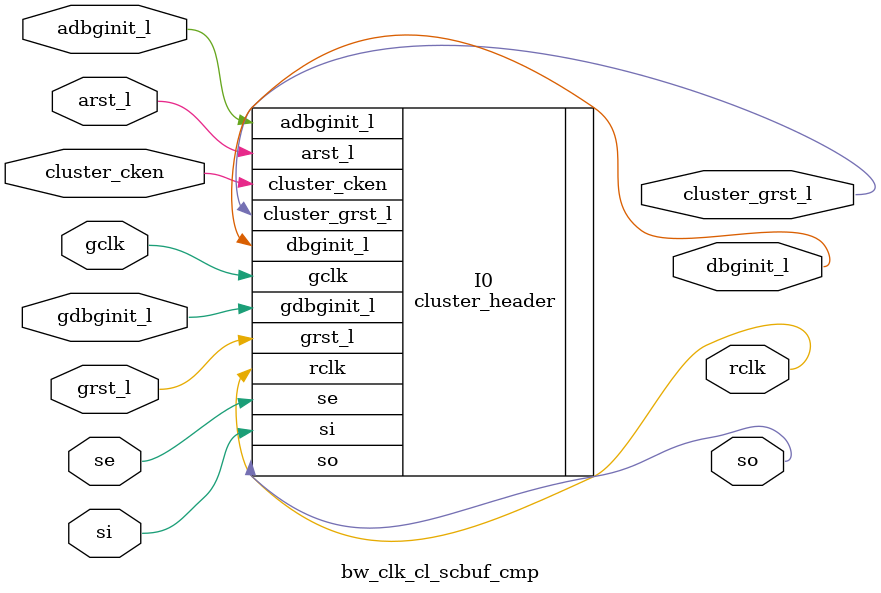
<source format=v>
module bw_clk_cl_scbuf_cmp (/*AUTOARG*/
   // Outputs
   dbginit_l, cluster_grst_l, rclk, so, 
   // Inputs
   gclk, cluster_cken, arst_l, grst_l, adbginit_l, gdbginit_l, si, 
   se
   );

input       gclk;
input       cluster_cken;
input       arst_l;
input       grst_l;
input       adbginit_l;
input       gdbginit_l;
output      dbginit_l;
output      cluster_grst_l;
output      rclk;

input       si;
input       se;
output      so;



cluster_header I0 (/*AUTOINST*/
                   // Outputs
                   .dbginit_l           (dbginit_l),
                   .cluster_grst_l      (cluster_grst_l),
                   .rclk                (rclk),
                   .so                  (so),
                   // Inputs
                   .gclk                (gclk),
                   .cluster_cken        (cluster_cken),
                   .arst_l              (arst_l),
                   .grst_l              (grst_l),
                   .adbginit_l          (adbginit_l),
                   .gdbginit_l          (gdbginit_l),
                   .si                  (si),
                   .se                  (se));

endmodule

</source>
